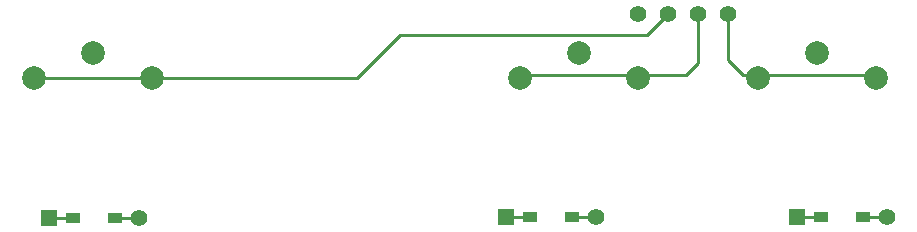
<source format=gtl>
G04 #@! TF.GenerationSoftware,KiCad,Pcbnew,(5.1.6-0-10_14)*
G04 #@! TF.CreationDate,2023-01-09T16:33:12+09:00*
G04 #@! TF.ProjectId,cool644,636f6f6c-3634-4342-9e6b-696361645f70,rev?*
G04 #@! TF.SameCoordinates,Original*
G04 #@! TF.FileFunction,Copper,L1,Top*
G04 #@! TF.FilePolarity,Positive*
%FSLAX46Y46*%
G04 Gerber Fmt 4.6, Leading zero omitted, Abs format (unit mm)*
G04 Created by KiCad (PCBNEW (5.1.6-0-10_14)) date 2023-01-09 16:33:12*
%MOMM*%
%LPD*%
G01*
G04 APERTURE LIST*
G04 #@! TA.AperFunction,SMDPad,CuDef*
%ADD10R,1.300000X0.950000*%
G04 #@! TD*
G04 #@! TA.AperFunction,ComponentPad*
%ADD11C,1.397000*%
G04 #@! TD*
G04 #@! TA.AperFunction,ComponentPad*
%ADD12R,1.397000X1.397000*%
G04 #@! TD*
G04 #@! TA.AperFunction,ComponentPad*
%ADD13C,2.000000*%
G04 #@! TD*
G04 #@! TA.AperFunction,Conductor*
%ADD14C,0.250000*%
G04 #@! TD*
G04 APERTURE END LIST*
D10*
X165965000Y133060000D03*
D11*
X168000000Y133060000D03*
D12*
X160380000Y133060000D03*
D10*
X162415000Y133060000D03*
D11*
X179160000Y150270000D03*
X176620000Y150270000D03*
X174080000Y150270000D03*
X171540000Y150270000D03*
D10*
X123695000Y132950000D03*
D12*
X121660000Y132950000D03*
D11*
X129280000Y132950000D03*
D10*
X127245000Y132950000D03*
X187035000Y133070000D03*
D12*
X185000000Y133070000D03*
D11*
X192620000Y133070000D03*
D10*
X190585000Y133070000D03*
D13*
X191730000Y144860000D03*
X186730000Y146960000D03*
X181730000Y144860000D03*
X130380000Y144860000D03*
X125380000Y146960000D03*
X120380000Y144860000D03*
X161530000Y144860000D03*
X166530000Y146960000D03*
X171530000Y144860000D03*
D14*
X123695000Y132950000D02*
X121660000Y132950000D01*
X192620000Y133070000D02*
X190585000Y133070000D01*
X127245000Y132950000D02*
X129280000Y132950000D01*
X168000000Y133060000D02*
X165965000Y133060000D01*
X162415000Y133060000D02*
X160380000Y133060000D01*
X187035000Y133070000D02*
X185000000Y133070000D01*
X179160000Y146320000D02*
X180410001Y145069999D01*
X180410001Y145069999D02*
X181730001Y145069999D01*
X179160000Y150270000D02*
X179160000Y146320000D01*
X181730001Y145069999D02*
X191730001Y145069999D01*
X176620000Y146110000D02*
X175579999Y145069999D01*
X175579999Y145069999D02*
X171530001Y145069999D01*
X176620000Y150270000D02*
X176620000Y146110000D01*
X161530001Y145069999D02*
X171530001Y145069999D01*
X147780000Y144860000D02*
X151415000Y148495000D01*
X151415000Y148495000D02*
X172305000Y148495000D01*
X172305000Y148495000D02*
X174080000Y150270000D01*
X130380000Y144860000D02*
X147780000Y144860000D01*
X120380000Y144860000D02*
X130380000Y144860000D01*
M02*

</source>
